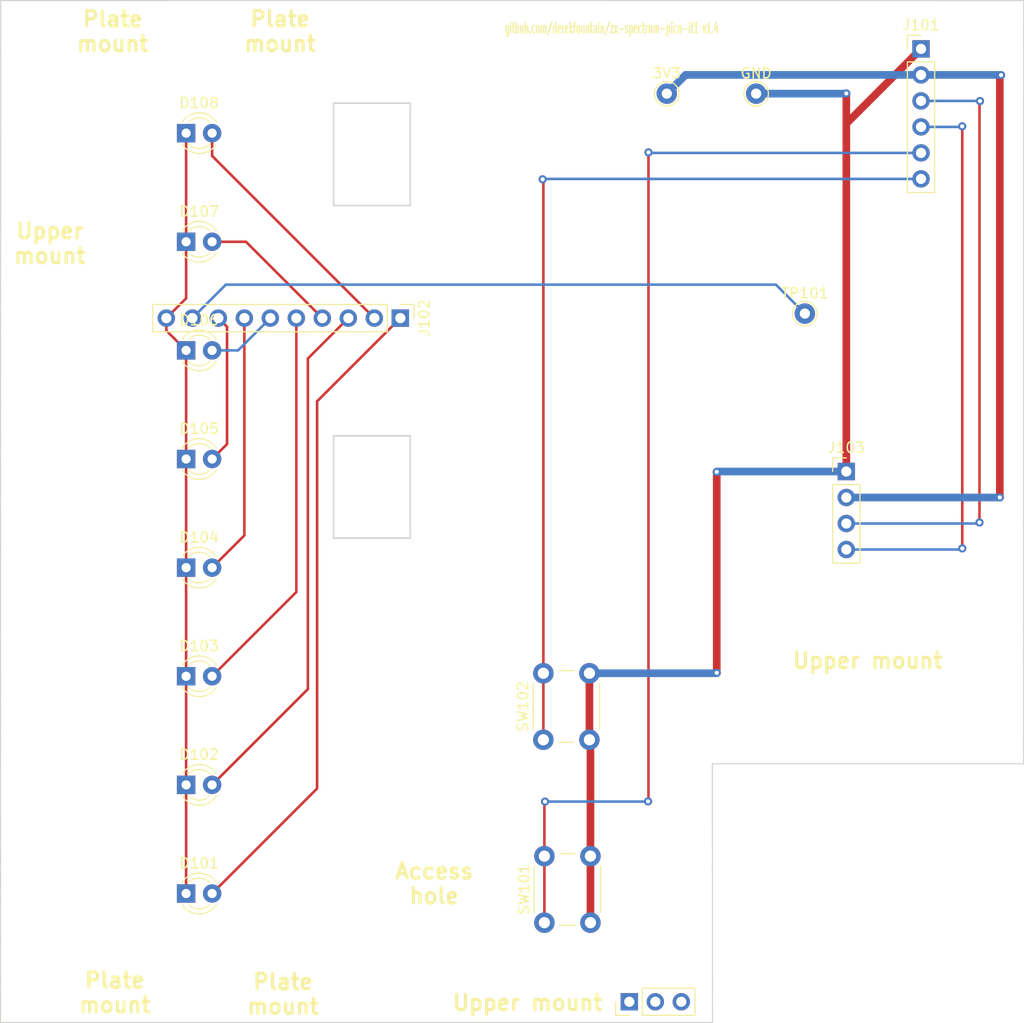
<source format=kicad_pcb>
(kicad_pcb (version 20211014) (generator pcbnew)
  (layers (0 "F.Cu" signal) (31 "B.Cu" signal) (34 "B.Paste" user) (35 "F.Paste" user) (36 "B.SilkS" user "B.Silkscreen") (37 "F.SilkS" user "F.Silkscreen") (38 "B.Mask" user) (39 "F.Mask" user) (44 "Edge.Cuts" user))
  (net 0 "")
  (net 1 "LEDS_RETURN")
  (net 2 "MD0_LED")
  (net 3 "MD2_LED")
  (net 4 "MD4_LED")
  (net 5 "MD6_LED")
  (net 6 "MD7_LED")
  (net 7 "MD5_LED")
  (net 8 "MD3_LED")
  (net 9 "MD1_LED")
  (net 10 "GND")
  (net 11 "3V3_PICO3")
  (net 12 "OLED_SCK")
  (net 13 "OLED_SDA")
  (net 14 "ACTION_SW")
  (net 15 "CANCEL_SW")
  (net 16 "TEST_BLIPPER_P3")
  (footprint "MountingHole:MountingHole_3.2mm_M3" (layer "F.Cu") (at 130.06 139.450113)
    (fp_text reference "REF**" hide)
    (fp_text value "MountingHole_3.2mm_M3" hide)
    (pad "" np_thru_hole circle locked (at 0 0) (size 3.2 3.2) (drill 3.2) (layers *.Cu *.Mask))
  )
  (footprint "TestPoint:TestPoint_THTPad_D2.0mm_Drill1.0mm" (layer "F.Cu") (at 119.24 79.31)
    (fp_text reference "GND" (at 0 -1.998) (layer "F.SilkS"))
    (fp_text value "TestPoint" hide)
    (fp_circle (center 0 0) (end 0 1.2) (layer "F.SilkS") (width 0.12) (fill none))
    (pad "1" thru_hole circle (at 0 0) (size 2 2) (drill 1) (layers *.Cu *.Mask) (net 10 "GND"))
  )
  (footprint "LED_THT:LED_D3.0mm" (layer "F.Cu") (at 63.545 115.008571)
    (fp_text reference "D105" (at 1.27 -2.96) (layer "F.SilkS"))
    (fp_text value "LED_Small")
    (fp_line (start -0.29 1.08) (end -0.29 1.236) (layer "F.SilkS") (width 0.12))
    (fp_line (start -0.29 -1.236) (end -0.29 -1.08) (layer "F.SilkS") (width 0.12))
    (fp_arc (start 2.31113 1.079837) (mid 1.270117 1.5) (end 0.229039 1.08) (layer "F.SilkS") (width 0.12))
    (fp_arc (start -0.29 -1.235516) (mid 1.366487 -1.987659) (end 2.942335 -1.078608) (layer "F.SilkS") (width 0.12))
    (fp_arc (start 2.942335 1.078608) (mid 1.366487 1.987659) (end -0.29 1.235516) (layer "F.SilkS") (width 0.12))
    (fp_arc (start 0.229039 -1.08) (mid 1.270117 -1.5) (end 2.31113 -1.079837) (layer "F.SilkS") (width 0.12))
    (pad "1" thru_hole rect (at 0 0) (size 1.8 1.8) (drill 0.9) (layers *.Cu *.Mask) (net 1 "LEDS_RETURN"))
    (pad "2" thru_hole circle (at 2.54 0) (size 1.8 1.8) (drill 0.9) (layers *.Cu *.Mask) (net 6 "MD7_LED"))
  )
  (footprint "LED_THT:LED_D3.0mm" (layer "F.Cu") (at 63.545 104.395714)
    (fp_text reference "D106" (at 1.27 -2.96) (layer "F.SilkS"))
    (fp_text value "LED_Small")
    (fp_line (start -0.29 1.08) (end -0.29 1.236) (layer "F.SilkS") (width 0.12))
    (fp_line (start -0.29 -1.236) (end -0.29 -1.08) (layer "F.SilkS") (width 0.12))
    (fp_arc (start 2.31113 1.079837) (mid 1.270117 1.5) (end 0.229039 1.08) (layer "F.SilkS") (width 0.12))
    (fp_arc (start -0.29 -1.235516) (mid 1.366487 -1.987659) (end 2.942335 -1.078608) (layer "F.SilkS") (width 0.12))
    (fp_arc (start 2.942335 1.078608) (mid 1.366487 1.987659) (end -0.29 1.235516) (layer "F.SilkS") (width 0.12))
    (fp_arc (start 0.229039 -1.08) (mid 1.270117 -1.5) (end 2.31113 -1.079837) (layer "F.SilkS") (width 0.12))
    (pad "1" thru_hole rect (at 0 0) (size 1.8 1.8) (drill 0.9) (layers *.Cu *.Mask) (net 1 "LEDS_RETURN"))
    (pad "2" thru_hole circle (at 2.54 0) (size 1.8 1.8) (drill 0.9) (layers *.Cu *.Mask) (net 7 "MD5_LED"))
  )
  (footprint "Button_Switch_THT:SW_PUSH_6mm_H4.3mm" (layer "F.Cu") (at 98.55 160.31 90)
    (fp_text reference "SW101" (at 3.25 -2 90) (layer "F.SilkS"))
    (fp_text value "SW_SPST")
    (fp_line (start 5.5 -1) (end 1 -1) (layer "F.SilkS") (width 0.12))
    (fp_line (start -0.25 1.5) (end -0.25 3) (layer "F.SilkS") (width 0.12))
    (fp_line (start 6.75 3) (end 6.75 1.5) (layer "F.SilkS") (width 0.12))
    (fp_line (start 1 5.5) (end 5.5 5.5) (layer "F.SilkS") (width 0.12))
    (pad "1" thru_hole circle (at 0 0 180) (size 2 2) (drill 1.1) (layers *.Cu *.Mask) (net 14 "ACTION_SW"))
    (pad "1" thru_hole circle (at 6.5 0 180) (size 2 2) (drill 1.1) (layers *.Cu *.Mask) (net 14 "ACTION_SW"))
    (pad "2" thru_hole circle (at 0 4.5 180) (size 2 2) (drill 1.1) (layers *.Cu *.Mask) (net 10 "GND"))
    (pad "2" thru_hole circle (at 6.5 4.5 180) (size 2 2) (drill 1.1) (layers *.Cu *.Mask) (net 10 "GND"))
  )
  (footprint "TestPoint:TestPoint_THTPad_D2.0mm_Drill1.0mm" (layer "F.Cu") (at 110.51 79.31)
    (fp_text reference "3V3" (at 0 -1.998) (layer "F.SilkS"))
    (fp_text value "TestPoint" hide)
    (fp_circle (center 0 0) (end 0 1.2) (layer "F.SilkS") (width 0.12) (fill none))
    (pad "1" thru_hole circle (at 0 0) (size 2 2) (drill 1) (layers *.Cu *.Mask) (net 11 "3V3_PICO3"))
  )
  (footprint "LED_THT:LED_D3.0mm" (layer "F.Cu") (at 63.545 125.621428)
    (fp_text reference "D104" (at 1.27 -2.96) (layer "F.SilkS"))
    (fp_text value "LED_Small")
    (fp_line (start -0.29 -1.236) (end -0.29 -1.08) (layer "F.SilkS") (width 0.12))
    (fp_line (start -0.29 1.08) (end -0.29 1.236) (layer "F.SilkS") (width 0.12))
    (fp_arc (start 2.942335 1.078608) (mid 1.366487 1.987659) (end -0.29 1.235516) (layer "F.SilkS") (width 0.12))
    (fp_arc (start 2.31113 1.079837) (mid 1.270117 1.5) (end 0.229039 1.08) (layer "F.SilkS") (width 0.12))
    (fp_arc (start -0.29 -1.235516) (mid 1.366487 -1.987659) (end 2.942335 -1.078608) (layer "F.SilkS") (width 0.12))
    (fp_arc (start 0.229039 -1.08) (mid 1.270117 -1.5) (end 2.31113 -1.079837) (layer "F.SilkS") (width 0.12))
    (pad "1" thru_hole rect (at 0 0) (size 1.8 1.8) (drill 0.9) (layers *.Cu *.Mask) (net 1 "LEDS_RETURN"))
    (pad "2" thru_hole circle (at 2.54 0) (size 1.8 1.8) (drill 0.9) (layers *.Cu *.Mask) (net 5 "MD6_LED"))
  )
  (footprint "TestPoint:TestPoint_THTPad_D2.0mm_Drill1.0mm" (layer "F.Cu") (at 124 100.8)
    (fp_text reference "TP101" (at 0 -1.998) (layer "F.SilkS"))
    (fp_text value "TestPoint")
    (fp_circle (center 0 0) (end 0 1.2) (layer "F.SilkS") (width 0.12) (fill none))
    (pad "1" thru_hole circle (at 0 0) (size 2 2) (drill 1) (layers *.Cu *.Mask) (net 16 "TEST_BLIPPER_P3"))
  )
  (footprint "Connector_PinHeader_2.54mm:PinHeader_1x04_P2.54mm_Vertical" (layer "F.Cu") (at 128.05 116.23)
    (fp_text reference "J103" (at 0 -2.33) (layer "F.SilkS"))
    (fp_text value "Conn_01x04_Female")
    (fp_line (start -1.33 8.95) (end 1.33 8.95) (layer "F.SilkS") (width 0.12))
    (fp_line (start -1.33 1.27) (end -1.33 8.95) (layer "F.SilkS") (width 0.12))
    (fp_line (start -1.33 1.27) (end 1.33 1.27) (layer "F.SilkS") (width 0.12))
    (fp_line (start -1.33 0) (end -1.33 -1.33) (layer "F.SilkS") (width 0.12))
    (fp_line (start 1.33 1.27) (end 1.33 8.95) (layer "F.SilkS") (width 0.12))
    (fp_line (start -1.33 -1.33) (end 0 -1.33) (layer "F.SilkS") (width 0.12))
    (pad "1" thru_hole rect locked (at 0 0) (size 1.7 1.7) (drill 1) (layers *.Cu *.Mask) (net 10 "GND"))
    (pad "2" thru_hole oval locked (at 0 2.54) (size 1.7 1.7) (drill 1) (layers *.Cu *.Mask) (net 11 "3V3_PICO3"))
    (pad "3" thru_hole oval locked (at 0 5.08) (size 1.7 1.7) (drill 1) (layers *.Cu *.Mask) (net 12 "OLED_SCK"))
    (pad "4" thru_hole oval locked (at 0 7.62) (size 1.7 1.7) (drill 1) (layers *.Cu *.Mask) (net 13 "OLED_SDA"))
  )
  (footprint "MountingHole:MountingHole_4.3mm_M4" (layer "F.Cu") (at 88.22 148.46)
    (fp_text reference "REF**" hide)
    (fp_text value "MountingHole_4.3mm_M4" hide)
    (pad "" np_thru_hole circle (at 0 0) (size 4.3 4.3) (drill 4.3) (layers F&B.Cu *.Mask))
  )
  (footprint "Button_Switch_THT:SW_PUSH_6mm_H4.3mm" (layer "F.Cu") (at 98.45 142.44 90)
    (fp_text reference "SW102" (at 3.25 -2 90) (layer "F.SilkS"))
    (fp_text value "SW_SPST")
    (fp_line (start 6.75 3) (end 6.75 1.5) (layer "F.SilkS") (width 0.12))
    (fp_line (start 1 5.5) (end 5.5 5.5) (layer "F.SilkS") (width 0.12))
    (fp_line (start -0.25 1.5) (end -0.25 3) (layer "F.SilkS") (width 0.12))
    (fp_line (start 5.5 -1) (end 1 -1) (layer "F.SilkS") (width 0.12))
    (pad "1" thru_hole circle (at 6.5 0 180) (size 2 2) (drill 1.1) (layers *.Cu *.Mask) (net 15 "CANCEL_SW"))
    (pad "1" thru_hole circle (at 0 0 180) (size 2 2) (drill 1.1) (layers *.Cu *.Mask) (net 15 "CANCEL_SW"))
    (pad "2" thru_hole circle (at 6.5 4.5 180) (size 2 2) (drill 1.1) (layers *.Cu *.Mask) (net 10 "GND"))
    (pad "2" thru_hole circle (at 0 4.5 180) (size 2 2) (drill 1.1) (layers *.Cu *.Mask) (net 10 "GND"))
  )
  (footprint "LED_THT:LED_D3.0mm" (layer "F.Cu") (at 63.545 136.234285)
    (fp_text reference "D103" (at 1.27 -2.96) (layer "F.SilkS"))
    (fp_text value "LED_Small")
    (fp_line (start -0.29 -1.236) (end -0.29 -1.08) (layer "F.SilkS") (width 0.12))
    (fp_line (start -0.29 1.08) (end -0.29 1.236) (layer "F.SilkS") (width 0.12))
    (fp_arc (start 2.942335 1.078608) (mid 1.366487 1.987659) (end -0.29 1.235516) (layer "F.SilkS") (width 0.12))
    (fp_arc (start 0.229039 -1.08) (mid 1.270117 -1.5) (end 2.31113 -1.079837) (layer "F.SilkS") (width 0.12))
    (fp_arc (start -0.29 -1.235516) (mid 1.366487 -1.987659) (end 2.942335 -1.078608) (layer "F.SilkS") (width 0.12))
    (fp_arc (start 2.31113 1.079837) (mid 1.270117 1.5) (end 0.229039 1.08) (layer "F.SilkS") (width 0.12))
    (pad "1" thru_hole rect (at 0 0) (size 1.8 1.8) (drill 0.9) (layers *.Cu *.Mask) (net 1 "LEDS_RETURN"))
    (pad "2" thru_hole circle (at 2.54 0) (size 1.8 1.8) (drill 0.9) (layers *.Cu *.Mask) (net 4 "MD4_LED"))
  )
  (footprint "MountingHole:MountingHole_3.2mm_M3" (layer "F.Cu") (at 56.59 79.052856 -90)
    (fp_text reference "REF**" hide)
    (fp_text value "MountingHole_3.2mm_M3" hide)
    (pad "" np_thru_hole circle locked (at 0 0 270) (size 3.2 3.2) (drill 3.2) (layers F&B.Cu *.Mask))
  )
  (footprint "LED_THT:LED_D3.0mm" (layer "F.Cu") (at 63.545 83.17)
    (fp_text reference "D108" (at 1.27 -2.96) (layer "F.SilkS"))
    (fp_text value "LED_Small")
    (fp_line (start -0.29 -1.236) (end -0.29 -1.08) (layer "F.SilkS") (width 0.12))
    (fp_line (start -0.29 1.08) (end -0.29 1.236) (layer "F.SilkS") (width 0.12))
    (fp_arc (start -0.29 -1.235516) (mid 1.366487 -1.987659) (end 2.942335 -1.078608) (layer "F.SilkS") (width 0.12))
    (fp_arc (start 2.31113 1.079837) (mid 1.270117 1.5) (end 0.229039 1.08) (layer "F.SilkS") (width 0.12))
    (fp_arc (start 0.229039 -1.08) (mid 1.270117 -1.5) (end 2.31113 -1.079837) (layer "F.SilkS") (width 0.12))
    (fp_arc (start 2.942335 1.078608) (mid 1.366487 1.987659) (end -0.29 1.235516) (layer "F.SilkS") (width 0.12))
    (pad "1" thru_hole rect (at 0 0) (size 1.8 1.8) (drill 0.9) (layers *.Cu *.Mask) (net 1 "LEDS_RETURN"))
    (pad "2" thru_hole circle (at 2.54 0) (size 1.8 1.8) (drill 0.9) (layers *.Cu *.Mask) (net 9 "MD1_LED"))
  )
  (footprint "LED_THT:LED_D3.0mm" (layer "F.Cu") (at 63.545 93.782857)
    (fp_text reference "D107" (at 1.27 -2.96) (layer "F.SilkS"))
    (fp_text value "LED_Small")
    (fp_line (start -0.29 1.08) (end -0.29 1.236) (layer "F.SilkS") (width 0.12))
    (fp_line (start -0.29 -1.236) (end -0.29 -1.08) (layer "F.SilkS") (width 0.12))
    (fp_arc (start 0.229039 -1.08) (mid 1.270117 -1.5) (end 2.31113 -1.079837) (layer "F.SilkS") (width 0.12))
    (fp_arc (start 2.31113 1.079837) (mid 1.270117 1.5) (end 0.229039 1.08) (layer "F.SilkS") (width 0.12))
    (fp_arc (start 2.942335 1.078608) (mid 1.366487 1.987659) (end -0.29 1.235516) (layer "F.SilkS") (width 0.12))
    (fp_arc (start -0.29 -1.235516) (mid 1.366487 -1.987659) (end 2.942335 -1.078608) (layer "F.SilkS") (width 0.12))
    (pad "1" thru_hole rect (at 0 0) (size 1.8 1.8) (drill 0.9) (layers *.Cu *.Mask) (net 1 "LEDS_RETURN"))
    (pad "2" thru_hole circle (at 2.54 0) (size 1.8 1.8) (drill 0.9) (layers *.Cu *.Mask) (net 8 "MD3_LED"))
  )
  (footprint "LED_THT:LED_D3.0mm" (layer "F.Cu") (at 63.545 157.46)
    (fp_text reference "D101" (at 1.27 -2.96) (layer "F.SilkS"))
    (fp_text value "LED_Small")
    (fp_line (start -0.29 -1.236) (end -0.29 -1.08) (layer "F.SilkS") (width 0.12))
    (fp_line (start -0.29 1.08) (end -0.29 1.236) (layer "F.SilkS") (width 0.12))
    (fp_arc (start 2.31113 1.079837) (mid 1.270117 1.5) (end 0.229039 1.08) (layer "F.SilkS") (width 0.12))
    (fp_arc (start -0.29 -1.235516) (mid 1.366487 -1.987659) (end 2.942335 -1.078608) (layer "F.SilkS") (width 0.12))
    (fp_arc (start 0.229039 -1.08) (mid 1.270117 -1.5) (end 2.31113 -1.079837) (layer "F.SilkS") (width 0.12))
    (fp_arc (start 2.942335 1.078608) (mid 1.366487 1.987659) (end -0.29 1.235516) (layer "F.SilkS") (width 0.12))
    (pad "1" thru_hole rect (at 0 0) (size 1.8 1.8) (drill 0.9) (layers *.Cu *.Mask) (net 1 "LEDS_RETURN"))
    (pad "2" thru_hole circle (at 2.54 0) (size 1.8 1.8) (drill 0.9) (layers *.Cu *.Mask) (net 2 "MD0_LED"))
  )
  (footprint "MountingHole:MountingHole_3.2mm_M3" (layer "F.Cu") (at 56.61 161.242856 -90)
    (fp_text reference "REF**" hide)
    (fp_text value "MountingHole_3.2mm_M3" hide)
    (pad "" np_thru_hole circle locked (at 0 0 270) (size 3.2 3.2) (drill 3.2) (layers F&B.Cu *.Mask))
  )
  (footprint "Connector_PinHeader_2.54mm:PinHeader_1x10_P2.54mm_Vertical" (layer "F.Cu") (at 84.475 101.24 -90)
    (fp_text reference "J102" (at 0 -2.33 90) (layer "F.SilkS"))
    (fp_text value "Conn_01x10_Male")
    (fp_line (start 1.33 1.27) (end 1.33 24.19) (layer "F.SilkS") (width 0.12))
    (fp_line (start -1.33 1.27) (end -1.33 24.19) (layer "F.SilkS") (width 0.12))
    (fp_line (start -1.33 -1.33) (end 0 -1.33) (layer "F.SilkS") (width 0.12))
    (fp_line (start -1.33 0) (end -1.33 -1.33) (layer "F.SilkS") (width 0.12))
    (fp_line (start -1.33 1.27) (end 1.33 1.27) (layer "F.SilkS") (width 0.12))
    (fp_line (start -1.33 24.19) (end 1.33 24.19) (layer "F.SilkS") (width 0.12))
    (pad "1" thru_hole rect locked (at 0 0 270) (size 1.7 1.7) (drill 1) (layers *.Cu *.Mask) (net 2 "MD0_LED"))
    (pad "2" thru_hole oval locked (at 0 2.54 270) (size 1.7 1.7) (drill 1) (layers *.Cu *.Mask) (net 9 "MD1_LED"))
    (pad "3" thru_hole oval locked (at 0 5.08 270) (size 1.7 1.7) (drill 1) (layers *.Cu *.Mask) (net 3 "MD2_LED"))
    (pad "4" thru_hole oval locked (at 0 7.62 270) (size 1.7 1.7) (drill 1) (layers *.Cu *.Mask) (net 8 "MD3_LED"))
    (pad "5" thru_hole oval locked (at 0 10.16 270) (size 1.7 1.7) (drill 1) (layers *.Cu *.Mask) (net 4 "MD4_LED"))
    (pad "6" thru_hole oval locked (at 0 12.7 270) (size 1.7 1.7) (drill 1) (layers *.Cu *.Mask) (net 7 "MD5_LED"))
    (pad "7" thru_hole oval locked (at 0 15.24 270) (size 1.7 1.7) (drill 1) (layers *.Cu *.Mask) (net 5 "MD6_LED"))
    (pad "8" thru_hole oval locked (at 0 17.78 270) (size 1.7 1.7) (drill 1) (layers *.Cu *.Mask) (net 6 "MD7_LED"))
    (pad "9" thru_hole oval locked (at 0 20.32 270) (size 1.7 1.7) (drill 1) (layers *.Cu *.Mask) (net 16 "TEST_BLIPPER_P3"))
    (pad "10" thru_hole oval locked (at 0 22.86 270) (size 1.7 1.7) (drill 1) (layers *.Cu *.Mask) (net 1 "LEDS_RETURN"))
  )
  (footprint "Connector_PinHeader_2.54mm:PinHeader_1x03_P2.54mm_Vertical" (layer "F.Cu") (at 106.85 168.04 90)
    (fp_text reference "REF**" hide)
    (fp_text value "PinHeader_1x03_P2.54mm_Vertical" hide)
    (fp_line (start -1.33 -1.33) (end 0 -1.33) (layer "F.SilkS") (width 0.12))
    (fp_line (start -1.33 0) (end -1.33 -1.33) (layer "F.SilkS") (width 0.12))
    (fp_line (start -1.33 1.27) (end 1.33 1.27) (layer "F.SilkS") (width 0.12))
    (fp_line (start -1.33 1.27) (end -1.33 6.41) (layer "F.SilkS") (width 0.12))
    (fp_line (start 1.33 1.27) (end 1.33 6.41) (layer "F.SilkS") (width 0.12))
    (fp_line (start -1.33 6.41) (end 1.33 6.41) (layer "F.SilkS") (width 0.12))
    (pad "1" thru_hole rect locked (at 0 0 90) (size 1.7 1.7) (drill 1) (layers F&B.Cu *.Mask))
    (pad "2" thru_hole oval locked (at 0 2.54 90) (size 1.7 1.7) (drill 1) (layers F&B.Cu *.Mask))
    (pad "3" thru_hole oval locked (at 0 5.08 90) (size 1.7 1.7) (drill 1) (layers F&B.Cu *.Mask))
  )
  (footprint "MountingHole:MountingHole_3.2mm_M3" (layer "F.Cu") (at 56.46 89.350113)
    (fp_text reference "REF**" hide)
    (fp_text value "MountingHole_3.2mm_M3" hide)
    (pad "" np_thru_hole circle locked (at 0 0) (size 3.2 3.2) (drill 3.2) (layers *.Cu *.Mask))
  )
  (footprint "LED_THT:LED_D3.0mm" (layer "F.Cu") (at 63.545 146.847142)
    (fp_text reference "D102" (at 1.27 -2.96) (layer "F.SilkS"))
    (fp_text value "LED_Small")
    (fp_line (start -0.29 -1.236) (end -0.29 -1.08) (layer "F.SilkS") (width 0.12))
    (fp_line (start -0.29 1.08) (end -0.29 1.236) (layer "F.SilkS") (width 0.12))
    (fp_arc (start 2.31113 1.079837) (mid 1.270117 1.5) (end 0.229039 1.08) (layer "F.SilkS") (width 0.12))
    (fp_arc (start -0.29 -1.235516) (mid 1.366487 -1.987659) (end 2.942335 -1.078608) (layer "F.SilkS") (width 0.12))
    (fp_arc (start 0.229039 -1.08) (mid 1.270117 -1.5) (end 2.31113 -1.079837) (layer "F.SilkS") (width 0.12))
    (fp_arc (start 2.942335 1.078608) (mid 1.366487 1.987659) (end -0.29 1.235516) (layer "F.SilkS") (width 0.12))
    (pad "1" thru_hole rect (at 0 0) (size 1.8 1.8) (drill 0.9) (layers *.Cu *.Mask) (net 1 "LEDS_RETURN"))
    (pad "2" thru_hole circle (at 2.54 0) (size 1.8 1.8) (drill 0.9) (layers *.Cu *.Mask) (net 3 "MD2_LED"))
  )
  (footprint "MountingHole:MountingHole_3.2mm_M3" (layer "F.Cu") (at 73.03 161.302856 -90)
    (fp_text reference "REF**" hide)
    (fp_text value "MountingHole_3.2mm_M3" hide)
    (pad "" np_thru_hole circle locked (at 0 0 270) (size 3.2 3.2) (drill 3.2) (layers F&B.Cu *.Mask))
  )
  (footprint "Connector_PinHeader_2.54mm:PinHeader_1x06_P2.54mm_Vertical" (layer "F.Cu") (at 135.35 74.94)
    (fp_text reference "J101" (at 0 -2.33) (layer "F.SilkS"))
    (fp_text value "Conn_01x06_Male")
    (fp_line (start -1.33 0) (end -1.33 -1.33) (layer "F.SilkS") (width 0.12))
    (fp_line (start -1.33 1.27) (end -1.33 14.03) (layer "F.SilkS") (width 0.12))
    (fp_line (start 1.33 1.27) (end 1.33 14.03) (layer "F.SilkS") (width 0.12))
    (fp_line (start -1.33 14.03) (end 1.33 14.03) (layer "F.SilkS") (width 0.12))
    (fp_line (start -1.33 1.27) (end 1.33 1.27) (layer "F.SilkS") (width 0.12))
    (fp_line (start -1.33 -1.33) (end 0 -1.33) (layer "F.SilkS") (width 0.12))
    (pad "1" thru_hole rect locked (at 0 0) (size 1.7 1.7) (drill 1) (layers *.Cu *.Mask) (net 10 "GND"))
    (pad "2" thru_hole oval locked (at 0 2.54) (size 1.7 1.7) (drill 1) (layers *.Cu *.Mask) (net 11 "3V3_PICO3"))
    (pad "3" thru_hole oval locked (at 0 5.08) (size 1.7 1.7) (drill 1) (layers *.Cu *.Mask) (net 12 "OLED_SCK"))
    (pad "4" thru_hole oval locked (at 0 7.62) (size 1.7 1.7) (drill 1) (layers *.Cu *.Mask) (net 13 "OLED_SDA"))
    (pad "5" thru_hole oval locked (at 0 10.16) (size 1.7 1.7) (drill 1) (layers *.Cu *.Mask) (net 14 "ACTION_SW"))
    (pad "6" thru_hole oval locked (at 0 12.7) (size 1.7 1.7) (drill 1) (layers *.Cu *.Mask) (net 15 "CANCEL_SW"))
  )
  (footprint "MountingHole:MountingHole_3.2mm_M3" (layer "F.Cu") (at 72.99 79.11)
    (fp_text reference "REF**" hide)
    (fp_text value "MountingHole_3.2mm_M3" hide)
    (pad "" np_thru_hole circle locked (at 0 0) (size 3.2 3.2) (drill 3.2) (layers F&B.Cu *.Mask))
  )
  (gr_line (start 145.37 144.78) (end 114.96 144.78) (layer "Edge.Cuts") (width 0.1))
  (gr_line (start 114.97 170.06) (end 45.41 170.06) (layer "Edge.Cuts") (width 0.1))
  (gr_rect (start 77.95 80.24) (end 85.45 90.24) (layer "Edge.Cuts") (width 0.15) (fill none))
  (gr_line (start 145.38 70.22) (end 145.37 144.78) (layer "Edge.Cuts") (width 0.1))
  (gr_line (start 114.96 144.78) (end 114.97 170.06) (layer "Edge.Cuts") (width 0.1))
  (gr_rect (start 77.95 112.74) (end 85.45 122.74) (layer "Edge.Cuts") (width 0.15) (fill none))
  (gr_line (start 45.43 70.21) (end 145.38 70.22) (layer "Edge.Cuts") (width 0.1))
  (gr_line (start 45.41 170.06) (end 45.43 70.21) (layer "Edge.Cuts") (width 0.1))
  (gr_text "Upper mount" (at 96.91 168.13) (layer "F.SilkS") (effects (font (size 1.5 1.5) (thickness 0.3))))
  (gr_text "github.com/derekfountain/zx-spectrum-pico-if1 v1.4" (at 105.13 72.9) (layer "F.SilkS") (effects (font (size 1 0.5) (thickness 0.125))))
  (gr_text "Access\nhole" (at 87.79 156.49) (layer "F.SilkS") (effects (font (size 1.5 1.5) (thickness 0.3))))
  (gr_text "Plate\nmount" (at 73.02 167.29) (layer "F.SilkS") (effects (font (size 1.5 1.5) (thickness 0.3))))
  (gr_text "Plate\nmount" (at 56.37 73.23) (layer "F.SilkS") (effects (font (size 1.5 1.5) (thickness 0.3))))
  (gr_text "Upper\nmount" (at 50.22 93.94) (layer "F.SilkS") (effects (font (size 1.5 1.5) (thickness 0.3))))
  (gr_text "Plate\nmount" (at 72.73 73.22) (layer "F.SilkS") (effects (font (size 1.5 1.5) (thickness 0.3))))
  (gr_text "Upper mount" (at 130.13 134.71) (layer "F.SilkS") (effects (font (size 1.5 1.5) (thickness 0.3))))
  (gr_text "Plate\nmount" (at 56.58 167.15) (layer "F.SilkS") (effects (font (size 1.5 1.5) (thickness 0.3))))
  (segment (start 63.545 104.395714) (end 63.545 115.008571) (width 0.25) (layer "F.Cu") (net 1))
  (segment (start 61.615 102.465714) (end 63.545 104.395714) (width 0.25) (layer "F.Cu") (net 1))
  (segment (start 63.545 125.621428) (end 63.545 136.234285) (width 0.25) (layer "F.Cu") (net 1))
  (segment (start 63.545 83.17) (end 63.545 93.782857) (width 0.25) (layer "F.Cu") (net 1))
  (segment (start 63.545 146.847142) (end 63.545 157.46) (width 0.25) (layer "F.Cu") (net 1))
  (segment (start 63.545 93.782857) (end 63.545 99.31) (width 0.25) (layer "F.Cu") (net 1))
  (segment (start 61.615 101.24) (end 61.615 102.465714) (width 0.25) (layer "F.Cu") (net 1))
  (segment (start 63.545 136.234285) (end 63.545 146.847142) (width 0.25) (layer "F.Cu") (net 1))
  (segment (start 63.545 99.31) (end 61.615 101.24) (width 0.25) (layer "F.Cu") (net 1))
  (segment (start 63.545 115.008571) (end 63.545 125.621428) (width 0.25) (layer "F.Cu") (net 1))
  (segment (start 76.34 109.375) (end 76.34 147.205) (width 0.25) (layer "F.Cu") (net 2))
  (segment (start 84.475 101.24) (end 76.34 109.375) (width 0.25) (layer "F.Cu") (net 2))
  (segment (start 76.34 147.205) (end 66.085 157.46) (width 0.25) (layer "F.Cu") (net 2))
  (segment (start 75.44 105.195) (end 79.395 101.24) (width 0.25) (layer "F.Cu") (net 3))
  (segment (start 75.44 137.492142) (end 75.44 105.195) (width 0.25) (layer "F.Cu") (net 3))
  (segment (start 66.085 146.847142) (end 75.44 137.492142) (width 0.25) (layer "F.Cu") (net 3))
  (segment (start 74.315 128.004285) (end 66.085 136.234285) (width 0.25) (layer "F.Cu") (net 4))
  (segment (start 74.315 101.24) (end 74.315 128.004285) (width 0.25) (layer "F.Cu") (net 4))
  (segment (start 69.235 101.24) (end 69.235 122.471428) (width 0.25) (layer "F.Cu") (net 5))
  (segment (start 69.235 122.471428) (end 66.085 125.621428) (width 0.25) (layer "F.Cu") (net 5))
  (segment (start 67.545 113.548571) (end 66.085 115.008571) (width 0.25) (layer "F.Cu") (net 6))
  (segment (start 67.545 102.09) (end 67.545 113.548571) (width 0.25) (layer "F.Cu") (net 6))
  (segment (start 66.695 101.24) (end 67.545 102.09) (width 0.25) (layer "F.Cu") (net 6))
  (segment (start 66.085 104.395714) (end 68.619286 104.395714) (width 0.25) (layer "B.Cu") (net 7))
  (segment (start 68.619286 104.395714) (end 71.775 101.24) (width 0.25) (layer "B.Cu") (net 7))
  (segment (start 66.085 93.782857) (end 69.397857 93.782857) (width 0.25) (layer "F.Cu") (net 8))
  (segment (start 69.397857 93.782857) (end 76.855 101.24) (width 0.25) (layer "F.Cu") (net 8))
  (segment (start 66.085 85.39) (end 81.935 101.24) (width 0.25) (layer "F.Cu") (net 9))
  (segment (start 66.085 83.17) (end 66.085 85.39) (width 0.25) (layer "F.Cu") (net 9))
  (segment (start 115.39 135.9) (end 115.39 116.27) (width 0.75) (layer "F.Cu") (net 10))
  (segment (start 103.05 142.54) (end 102.95 142.44) (width 0.25) (layer "F.Cu") (net 10))
  (segment (start 103.05 153.81) (end 103.05 142.54) (width 0.75) (layer "F.Cu") (net 10))
  (segment (start 103.05 160.31) (end 103.05 153.81) (width 0.75) (layer "F.Cu") (net 10))
  (segment (start 128.05 116.23) (end 128.05 82.24) (width 0.75) (layer "F.Cu") (net 10))
  (segment (start 128.05 82.24) (end 135.35 74.94) (width 0.75) (layer "F.Cu") (net 10))
  (segment (start 128.05 82.24) (end 128.05 79.29) (width 0.75) (layer "F.Cu") (net 10))
  (segment (start 102.95 142.44) (end 102.95 135.94) (width 0.75) (layer "F.Cu") (net 10))
  (via (at 115.39 135.9) (size 0.8) (drill 0.4) (layers "F.Cu" "B.Cu") (net 10))
  (via (at 128.05 79.29) (size 0.8) (drill 0.4) (layers "F.Cu" "B.Cu") (net 10))
  (via (at 115.39 116.27) (size 0.8) (drill 0.4) (layers "F.Cu" "B.Cu") (net 10))
  (segment (start 102.95 135.94) (end 115.35 135.94) (width 0.75) (layer "B.Cu") (net 10))
  (segment (start 115.43 116.23) (end 128.05 116.23) (width 0.75) (layer "B.Cu") (net 10))
  (segment (start 128.05 79.29) (end 128.03 79.31) (width 0.25) (layer "B.Cu") (net 10))
  (segment (start 128.03 79.31) (end 119.24 79.31) (width 0.75) (layer "B.Cu") (net 10))
  (segment (start 115.35 135.94) (end 115.39 135.9) (width 0.25) (layer "B.Cu") (net 10))
  (segment (start 115.39 116.27) (end 115.43 116.23) (width 0.25) (layer "B.Cu") (net 10))
  (segment (start 143.05 118.76) (end 143.05 77.62) (width 0.75) (layer "F.Cu") (net 11))
  (segment (start 143.05 77.62) (end 143.17 77.5) (width 0.25) (layer "F.Cu") (net 11))
  (via (at 143.17 77.5) (size 0.8) (drill 0.4) (layers "F.Cu" "B.Cu") (net 11))
  (via (at 143.05 118.76) (size 0.8) (drill 0.4) (layers "F.Cu" "B.Cu") (net 11))
  (segment (start 135.35 77.48) (end 112.34 77.48) (width 0.75) (layer "B.Cu") (net 11))
  (segment (start 143.17 77.5) (end 143.15 77.48) (width 0.25) (layer "B.Cu") (net 11))
  (segment (start 128.05 118.77) (end 143.04 118.77) (width 0.75) (layer "B.Cu") (net 11))
  (segment (start 143.04 118.77) (end 143.05 118.76) (width 0.25) (layer "B.Cu") (net 11))
  (segment (start 112.34 77.48) (end 110.51 79.31) (width 0.75) (layer "B.Cu") (net 11))
  (segment (start 143.15 77.48) (end 135.35 77.48) (width 0.75) (layer "B.Cu") (net 11))
  (segment (start 141.06 80.08) (end 141.11 80.03) (width 0.25) (layer "F.Cu") (net 12))
  (segment (start 141.06 121.21) (end 141.06 80.08) (width 0.25) (layer "F.Cu") (net 12))
  (via (at 141.11 80.03) (size 0.8) (drill 0.4) (layers "F.Cu" "B.Cu") (net 12))
  (via (at 141.06 121.21) (size 0.8) (drill 0.4) (layers "F.Cu" "B.Cu") (net 12))
  (segment (start 141.11 80.03) (end 141.1 80.02) (width 0.25) (layer "B.Cu") (net 12))
  (segment (start 140.96 121.31) (end 141.06 121.21) (width 0.25) (layer "B.Cu") (net 12))
  (segment (start 141.1 80.02) (end 135.35 80.02) (width 0.25) (layer "B.Cu") (net 12))
  (segment (start 128.05 121.31) (end 140.96 121.31) (width 0.25) (layer "B.Cu") (net 12))
  (segment (start 139.38 123.74) (end 139.38 82.51) (width 0.25) (layer "F.Cu") (net 13))
  (segment (start 139.38 82.51) (end 139.37 82.5) (width 0.25) (layer "F.Cu") (net 13))
  (via (at 139.37 82.5) (size 0.8) (drill 0.4) (layers "F.Cu" "B.Cu") (net 13))
  (via (at 139.38 123.74) (size 0.8) (drill 0.4) (layers "F.Cu" "B.Cu") (net 13))
  (segment (start 139.37 82.5) (end 139.31 82.56) (width 0.25) (layer "B.Cu") (net 13))
  (segment (start 139.31 82.56) (end 135.35 82.56) (width 0.25) (layer "B.Cu") (net 13))
  (segment (start 139.27 123.85) (end 139.38 123.74) (width 0.25) (layer "B.Cu") (net 13))
  (segment (start 128.05 123.85) (end 139.27 123.85) (width 0.25) (layer "B.Cu") (net 13))
  (segment (start 98.55 153.81) (end 98.55 148.54) (width 0.25) (layer "F.Cu") (net 14))
  (segment (start 98.55 160.31) (end 98.55 153.81) (width 0.25) (layer "F.Cu") (net 14))
  (segment (start 108.68 148.46) (end 108.72 148.42) (width 0.25) (layer "F.Cu") (net 14))
  (segment (start 98.55 148.54) (end 98.61 148.48) (width 0.25) (layer "F.Cu") (net 14))
  (segment (start 108.72 148.42) (end 108.72 85.05) (width 0.25) (layer "F.Cu") (net 14))
  (via (at 108.72 85.05) (size 0.8) (drill 0.4) (layers "F.Cu" "B.Cu") (net 14))
  (via (at 108.68 148.46) (size 0.8) (drill 0.4) (layers "F.Cu" "B.Cu") (net 14))
  (via (at 98.61 148.48) (size 0.8) (drill 0.4) (layers "F.Cu" "B.Cu") (net 14))
  (segment (start 108.66 148.48) (end 108.68 148.46) (width 0.25) (layer "B.Cu") (net 14))
  (segment (start 108.72 85.05) (end 108.77 85.1) (width 0.25) (layer "B.Cu") (net 14))
  (segment (start 98.61 148.48) (end 108.66 148.48) (width 0.25) (layer "B.Cu") (net 14))
  (segment (start 108.77 85.1) (end 135.35 85.1) (width 0.25) (layer "B.Cu") (net 14))
  (segment (start 98.45 135.94) (end 98.45 87.75) (width 0.25) (layer "F.Cu") (net 15))
  (segment (start 98.45 87.75) (end 98.38 87.68) (width 0.25) (layer "F.Cu") (net 15))
  (segment (start 98.45 142.44) (end 98.45 135.94) (width 0.25) (layer "F.Cu") (net 15))
  (via (at 98.38 87.68) (size 0.8) (drill 0.4) (layers "F.Cu" "B.Cu") (net 15))
  (segment (start 98.38 87.68) (end 98.42 87.64) (width 0.25) (layer "B.Cu") (net 15))
  (segment (start 98.42 87.64) (end 135.35 87.64) (width 0.25) (layer "B.Cu") (net 15))
  (segment (start 64.155 101.24) (end 67.425 97.97) (width 0.25) (layer "B.Cu") (net 16))
  (segment (start 67.425 97.97) (end 121.17 97.97) (width 0.25) (layer "B.Cu") (net 16))
  (segment (start 121.17 97.97) (end 124 100.8) (width 0.25) (layer "B.Cu") (net 16))
)
</source>
